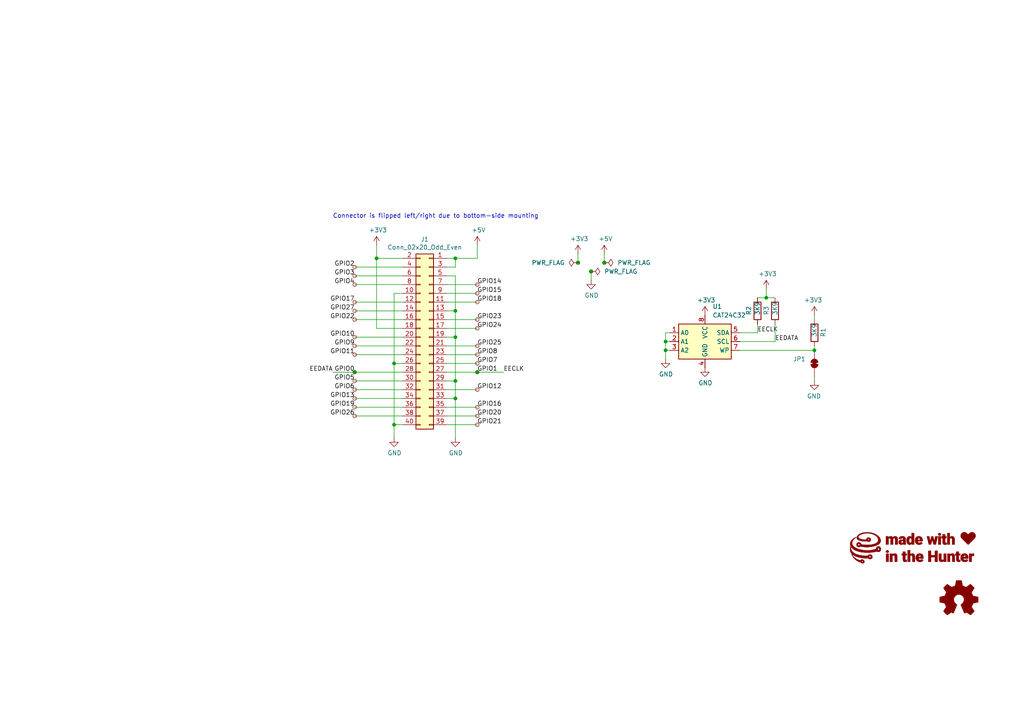
<source format=kicad_sch>
(kicad_sch (version 20231120) (generator "eeschema") (generator_version "8.0")
  (paper "A4")
  (title_block (title "Makerverse Protoboard for Raspberry Pi") (date "2021-10-14") (comment 1 "Designed at Core Electronics by Brenton Schulz") (comment 2 "GlowBit and the GlowBit logo are trademarks of Core Electronics Pty Ltd.") (comment 3 "License: CCASAv4.0 https://creativecommons.org/licenses/by-sa/4.0/"))
  (lib_symbols
    (symbol "Connector:TestPoint_Small" (pin_numbers hide) (pin_names (offset 0.762) hide)
      (property "Reference" "TP" (at 0 3.81 0))
      (property "Value" "TestPoint_Small" (at 0 2.032 0))
      (symbol "TestPoint_Small_1_1"
        (pin passive line (at 0 0 90) (length 0) (name "1") (number "1"))
      )
    )
    (symbol "Connector_Generic:Conn_02x20_Odd_Even" (pin_names (offset 1.016) hide)
      (property "Reference" "J" (at 1.27 25.4 0))
      (property "Value" "Conn_02x20_Odd_Even" (at 1.27 -27.94 0))
      (symbol "Conn_02x20_Odd_Even_1_1"
        (pin passive line (at -5.08 22.86 0) (length 3.81) (name "Pin_1") (number "1"))
        (pin passive line (at 7.62 12.7 180) (length 3.81) (name "Pin_10") (number "10"))
        (pin passive line (at -5.08 10.16 0) (length 3.81) (name "Pin_11") (number "11"))
        (pin passive line (at 7.62 10.16 180) (length 3.81) (name "Pin_12") (number "12"))
        (pin passive line (at -5.08 7.62 0) (length 3.81) (name "Pin_13") (number "13"))
        (pin passive line (at 7.62 7.62 180) (length 3.81) (name "Pin_14") (number "14"))
        (pin passive line (at -5.08 5.08 0) (length 3.81) (name "Pin_15") (number "15"))
        (pin passive line (at 7.62 5.08 180) (length 3.81) (name "Pin_16") (number "16"))
        (pin passive line (at -5.08 2.54 0) (length 3.81) (name "Pin_17") (number "17"))
        (pin passive line (at 7.62 2.54 180) (length 3.81) (name "Pin_18") (number "18"))
        (pin passive line (at -5.08 0 0) (length 3.81) (name "Pin_19") (number "19"))
        (pin passive line (at 7.62 22.86 180) (length 3.81) (name "Pin_2") (number "2"))
        (pin passive line (at 7.62 0 180) (length 3.81) (name "Pin_20") (number "20"))
        (pin passive line (at -5.08 -2.54 0) (length 3.81) (name "Pin_21") (number "21"))
        (pin passive line (at 7.62 -2.54 180) (length 3.81) (name "Pin_22") (number "22"))
        (pin passive line (at -5.08 -5.08 0) (length 3.81) (name "Pin_23") (number "23"))
        (pin passive line (at 7.62 -5.08 180) (length 3.81) (name "Pin_24") (number "24"))
        (pin passive line (at -5.08 -7.62 0) (length 3.81) (name "Pin_25") (number "25"))
        (pin passive line (at 7.62 -7.62 180) (length 3.81) (name "Pin_26") (number "26"))
        (pin passive line (at -5.08 -10.16 0) (length 3.81) (name "Pin_27") (number "27"))
        (pin passive line (at 7.62 -10.16 180) (length 3.81) (name "Pin_28") (number "28"))
        (pin passive line (at -5.08 -12.7 0) (length 3.81) (name "Pin_29") (number "29"))
        (pin passive line (at -5.08 20.32 0) (length 3.81) (name "Pin_3") (number "3"))
        (pin passive line (at 7.62 -12.7 180) (length 3.81) (name "Pin_30") (number "30"))
        (pin passive line (at -5.08 -15.24 0) (length 3.81) (name "Pin_31") (number "31"))
        (pin passive line (at 7.62 -15.24 180) (length 3.81) (name "Pin_32") (number "32"))
        (pin passive line (at -5.08 -17.78 0) (length 3.81) (name "Pin_33") (number "33"))
        (pin passive line (at 7.62 -17.78 180) (length 3.81) (name "Pin_34") (number "34"))
        (pin passive line (at -5.08 -20.32 0) (length 3.81) (name "Pin_35") (number "35"))
        (pin passive line (at 7.62 -20.32 180) (length 3.81) (name "Pin_36") (number "36"))
        (pin passive line (at -5.08 -22.86 0) (length 3.81) (name "Pin_37") (number "37"))
        (pin passive line (at 7.62 -22.86 180) (length 3.81) (name "Pin_38") (number "38"))
        (pin passive line (at -5.08 -25.4 0) (length 3.81) (name "Pin_39") (number "39"))
        (pin passive line (at 7.62 20.32 180) (length 3.81) (name "Pin_4") (number "4"))
        (pin passive line (at 7.62 -25.4 180) (length 3.81) (name "Pin_40") (number "40"))
        (pin passive line (at -5.08 17.78 0) (length 3.81) (name "Pin_5") (number "5"))
        (pin passive line (at 7.62 17.78 180) (length 3.81) (name "Pin_6") (number "6"))
        (pin passive line (at -5.08 15.24 0) (length 3.81) (name "Pin_7") (number "7"))
        (pin passive line (at 7.62 15.24 180) (length 3.81) (name "Pin_8") (number "8"))
        (pin passive line (at -5.08 12.7 0) (length 3.81) (name "Pin_9") (number "9"))
      )
    )
    (symbol "Device:R" (pin_numbers hide) (pin_names (offset 0))
      (property "Reference" "R" (at 2.032 0 90))
      (property "Value" "R" (at 0 0 90))
      (symbol "R_1_1"
        (pin passive line (at 0 3.81 270) (length 1.27) (name "~") (number "1"))
        (pin passive line (at 0 -3.81 90) (length 1.27) (name "~") (number "2"))
      )
    )
    (symbol "Graphic:Logo_Open_Hardware_Small" (in_bom no) (on_board no))
    (symbol "Jumper:SolderJumper_2_Bridged" (pin_numbers hide) (pin_names (offset 0) hide) (exclude_from_sim yes) (in_bom no)
      (property "Reference" "JP" (at 0 2.032 0))
      (property "Value" "SolderJumper_2_Bridged" (at 0 -2.54 0))
      (symbol "SolderJumper_2_Bridged_1_1"
        (pin passive line (at -3.81 0 0) (length 2.54) (name "A") (number "1"))
        (pin passive line (at 3.81 0 180) (length 2.54) (name "B") (number "2"))
      )
    )
    (symbol "Memory_EEPROM:CAT24C128"
      (property "Reference" "U" (at -6.35 6.35 0))
      (property "Value" "CAT24C128" (at 1.27 6.35 0))
      (symbol "CAT24C128_1_1"
        (pin input line (at -10.16 2.54 0) (length 2.54) (name "A0") (number "1"))
        (pin input line (at -10.16 0 0) (length 2.54) (name "A1") (number "2"))
        (pin input line (at -10.16 -2.54 0) (length 2.54) (name "A2") (number "3"))
        (pin power_in line (at 0 -7.62 90) (length 2.54) (name "GND") (number "4"))
        (pin bidirectional line (at 10.16 2.54 180) (length 2.54) (name "SDA") (number "5"))
        (pin input line (at 10.16 0 180) (length 2.54) (name "SCL") (number "6"))
        (pin input line (at 10.16 -2.54 180) (length 2.54) (name "WP") (number "7"))
        (pin power_in line (at 0 7.62 270) (length 2.54) (name "VCC") (number "8"))
      )
    )
    (symbol "pcb-rescue:+3.3V-power" (power) (pin_names (offset 0))
      (property "Value" "power_+3.3V" (at 0 3.556 0))
      (symbol "+3.3V-power_1_1"
        (pin power_in line (at 0 0 90) (length 0) hide (name "+3V3") (number "1"))
      )
    )
    (symbol "pcb-rescue:+5V-power" (power) (pin_names (offset 0))
      (property "Value" "power_+5V" (at 0 3.556 0))
      (symbol "+5V-power_1_1"
        (pin power_in line (at 0 0 90) (length 0) hide (name "+5V") (number "1"))
      )
    )
    (symbol "pcb-rescue:GND-power" (power) (pin_names (offset 0))
      (property "Value" "power_GND" (at 0 -3.81 0))
      (symbol "GND-power_1_1"
        (pin power_in line (at 0 0 270) (length 0) hide (name "GND") (number "1"))
      )
    )
    (symbol "pcb-rescue:LOGO_CoreElectronics_made-with-love-CoreElectronics_Artwork" (pin_names (offset 1.016)))
    (symbol "power:PWR_FLAG" (power) (pin_numbers hide) (pin_names (offset 0) hide)
      (property "Value" "PWR_FLAG" (at 0 3.81 0))
      (symbol "PWR_FLAG_0_0"
        (pin power_out line (at 0 0 90) (length 0) (name "~") (number "1"))
      )
    )
  )
  (junction (at 102.87 107.95))
  (junction (at 132.08 110.49))
  (junction (at 132.08 74.93))
  (junction (at 114.3 105.41))
  (junction (at 132.08 97.79))
  (junction (at 132.08 115.57))
  (junction (at 222.25 86.36))
  (junction (at 236.22 101.6))
  (junction (at 171.45 78.74))
  (junction (at 132.08 90.17))
  (junction (at 114.3 123.19))
  (junction (at 193.04 101.6))
  (junction (at 175.26 76.2))
  (junction (at 138.43 107.95))
  (junction (at 167.64 76.2))
  (junction (at 193.04 99.06))
  (junction (at 109.22 74.93))
  (wire (pts (xy 138.43 100.33) (xy 129.54 100.33)))
  (wire (pts (xy 109.22 74.93) (xy 109.22 71.12)))
  (wire (pts (xy 129.54 87.63) (xy 138.43 87.63)))
  (wire (pts (xy 129.54 115.57) (xy 132.08 115.57)))
  (wire (pts (xy 224.79 93.98) (xy 224.79 99.06)) (stroke (width 0.1524)))
  (wire (pts (xy 214.63 99.06) (xy 224.79 99.06)))
  (wire (pts (xy 116.84 92.71) (xy 102.87 92.71)))
  (wire (pts (xy 116.84 77.47) (xy 102.87 77.47)))
  (wire (pts (xy 138.43 102.87) (xy 129.54 102.87)))
  (wire (pts (xy 222.25 86.36) (xy 222.25 83.82)))
  (wire (pts (xy 116.84 113.03) (xy 102.87 113.03)))
  (wire (pts (xy 116.84 110.49) (xy 102.87 110.49)))
  (wire (pts (xy 219.71 93.98) (xy 219.71 96.52)) (stroke (width 0.1524)))
  (wire (pts (xy 116.84 120.65) (xy 102.87 120.65)))
  (wire (pts (xy 116.84 97.79) (xy 102.87 97.79)))
  (wire (pts (xy 193.04 96.52) (xy 193.04 99.06)))
  (wire (pts (xy 129.54 85.09) (xy 138.43 85.09)))
  (wire (pts (xy 116.84 74.93) (xy 109.22 74.93)))
  (wire (pts (xy 116.84 82.55) (xy 102.87 82.55)))
  (wire (pts (xy 132.08 90.17) (xy 132.08 80.01)))
  (wire (pts (xy 194.31 101.6) (xy 193.04 101.6)))
  (wire (pts (xy 193.04 99.06) (xy 193.04 101.6)))
  (wire (pts (xy 102.87 87.63) (xy 116.84 87.63)))
  (wire (pts (xy 114.3 85.09) (xy 116.84 85.09)))
  (wire (pts (xy 132.08 80.01) (xy 129.54 80.01)))
  (wire (pts (xy 138.43 74.93) (xy 138.43 71.12)))
  (wire (pts (xy 138.43 107.95) (xy 129.54 107.95)))
  (wire (pts (xy 116.84 118.11) (xy 102.87 118.11)))
  (wire (pts (xy 116.84 90.17) (xy 102.87 90.17)))
  (wire (pts (xy 219.71 86.36) (xy 222.25 86.36)))
  (wire (pts (xy 114.3 105.41) (xy 116.84 105.41)))
  (wire (pts (xy 132.08 115.57) (xy 132.08 127)))
  (wire (pts (xy 129.54 95.25) (xy 138.43 95.25)))
  (wire (pts (xy 132.08 115.57) (xy 132.08 110.49)))
  (wire (pts (xy 129.54 92.71) (xy 138.43 92.71)))
  (wire (pts (xy 194.31 99.06) (xy 193.04 99.06)))
  (wire (pts (xy 132.08 110.49) (xy 132.08 97.79)))
  (wire (pts (xy 114.3 123.19) (xy 116.84 123.19)))
  (wire (pts (xy 116.84 102.87) (xy 102.87 102.87)))
  (wire (pts (xy 116.84 115.57) (xy 102.87 115.57)))
  (wire (pts (xy 236.22 91.44) (xy 236.22 92.71)))
  (wire (pts (xy 129.54 74.93) (xy 132.08 74.93)))
  (wire (pts (xy 224.79 86.36) (xy 222.25 86.36)))
  (wire (pts (xy 114.3 123.19) (xy 114.3 105.41)))
  (wire (pts (xy 167.64 73.66) (xy 167.64 76.2)))
  (wire (pts (xy 132.08 74.93) (xy 138.43 74.93)))
  (wire (pts (xy 114.3 105.41) (xy 114.3 85.09)))
  (wire (pts (xy 129.54 123.19) (xy 138.43 123.19)))
  (wire (pts (xy 132.08 97.79) (xy 129.54 97.79)))
  (wire (pts (xy 109.22 95.25) (xy 109.22 74.93)))
  (wire (pts (xy 129.54 113.03) (xy 138.43 113.03)))
  (wire (pts (xy 236.22 100.33) (xy 236.22 101.6)))
  (wire (pts (xy 129.54 120.65) (xy 138.43 120.65)))
  (wire (pts (xy 132.08 97.79) (xy 132.08 90.17)))
  (wire (pts (xy 194.31 96.52) (xy 193.04 96.52)))
  (wire (pts (xy 138.43 107.95) (xy 146.05 107.95)))
  (wire (pts (xy 132.08 77.47) (xy 132.08 74.93)))
  (wire (pts (xy 96.52 107.95) (xy 102.87 107.95)))
  (wire (pts (xy 129.54 105.41) (xy 138.43 105.41)))
  (wire (pts (xy 175.26 76.2) (xy 175.26 73.66)))
  (wire (pts (xy 214.63 96.52) (xy 219.71 96.52)))
  (wire (pts (xy 116.84 100.33) (xy 102.87 100.33)))
  (wire (pts (xy 214.63 101.6) (xy 236.22 101.6)) (stroke (width 0.1524)))
  (wire (pts (xy 193.04 101.6) (xy 193.04 104.14)))
  (wire (pts (xy 116.84 95.25) (xy 109.22 95.25)))
  (wire (pts (xy 116.84 80.01) (xy 102.87 80.01)))
  (wire (pts (xy 129.54 118.11) (xy 138.43 118.11)))
  (wire (pts (xy 129.54 82.55) (xy 138.43 82.55)))
  (wire (pts (xy 236.22 109.22) (xy 236.22 110.49)))
  (wire (pts (xy 132.08 110.49) (xy 129.54 110.49)))
  (wire (pts (xy 132.08 90.17) (xy 129.54 90.17)))
  (wire (pts (xy 171.45 78.74) (xy 171.45 81.28)))
  (wire (pts (xy 116.84 107.95) (xy 102.87 107.95)))
  (wire (pts (xy 129.54 77.47) (xy 132.08 77.47)))
  (wire (pts (xy 114.3 127) (xy 114.3 123.19)))
  (text "Connector is flipped left/right due to bottom-side mounting" (at 96.52 63.5 0) (effects (font (size 1.27 1.27)) (justify left bottom)))
  (label "GPIO17" (at 102.87 87.63 180))
  (label "GPIO12" (at 138.43 113.03 0))
  (label "GPIO0" (at 102.87 107.95 180))
  (label "GPIO15" (at 138.43 85.09 0))
  (label "GPIO20" (at 138.43 120.65 0))
  (label "GPIO22" (at 102.87 92.71 180))
  (label "GPIO24" (at 138.43 95.25 0))
  (label "GPIO18" (at 138.43 87.63 0))
  (label "GPIO11" (at 102.87 102.87 180))
  (label "EEDATA" (at 224.79 99.06 0) (effects (font (size 1.2446 1.2446))))
  (label "EECLK" (at 219.71 96.52 0) (effects (font (size 1.2446 1.2446))))
  (label "GPIO7" (at 138.43 105.41 0))
  (label "EEDATA" (at 96.52 107.95 180) (effects (font (size 1.2446 1.2446))))
  (label "GPIO2" (at 102.87 77.47 180))
  (label "GPIO13" (at 102.87 115.57 180))
  (label "GPIO5" (at 102.87 110.49 180))
  (label "GPIO6" (at 102.87 113.03 180))
  (label "GPIO26" (at 102.87 120.65 180))
  (label "GPIO27" (at 102.87 90.17 180))
  (label "EECLK" (at 146.05 107.95 0) (effects (font (size 1.2446 1.2446))))
  (label "GPIO10" (at 102.87 97.79 180))
  (label "GPIO19" (at 102.87 118.11 180))
  (label "GPIO23" (at 138.43 92.71 0))
  (label "GPIO1" (at 138.43 107.95 0))
  (label "GPIO14" (at 138.43 82.55 0))
  (label "GPIO9" (at 102.87 100.33 180))
  (label "GPIO4" (at 102.87 82.55 180))
  (label "GPIO3" (at 102.87 80.01 180))
  (label "GPIO8" (at 138.43 102.87 0))
  (label "GPIO16" (at 138.43 118.11 0))
  (label "GPIO25" (at 138.43 100.33 0))
  (label "GPIO21" (at 138.43 123.19 0))
  (symbol (lib_id "Connector_Generic:Conn_02x20_Odd_Even") (at 124.46 97.79 0) (mirror y) (unit 1)
    (property "Reference" "J1" (at 123.19 69.4182 0))
    (property "Value" "Conn_02x20_Odd_Even" (at 123.19 71.7296 0))
    (property "Footprint" "Connector_PinHeader_2.54mm:PinHeader_2x20_P2.54mm_Vertical" (effects (hide yes)))
  )
  (symbol (lib_id "pcb-rescue:+3.3V-power") (at 109.22 71.12 0) (unit 1)
    (property "Reference" "#PWR0103" (effects (hide yes)))
    (property "Value" "+3V3" (at 109.601 66.7258 0))
  )
  (symbol (lib_id "pcb-rescue:GND-power") (at 114.3 127 0) (unit 1)
    (property "Reference" "#PWR0101" (effects (hide yes)))
    (property "Value" "GND" (at 114.427 131.3942 0))
  )
  (symbol (lib_id "pcb-rescue:GND-power") (at 132.08 127 0) (unit 1)
    (property "Reference" "#PWR0102" (effects (hide yes)))
    (property "Value" "GND" (at 132.207 131.3942 0))
  )
  (symbol (lib_id "pcb-rescue:+5V-power") (at 138.43 71.12 0) (unit 1)
    (property "Reference" "#PWR0104" (effects (hide yes)))
    (property "Value" "+5V" (at 138.811 66.7258 0))
  )
  (symbol (lib_id "Connector:TestPoint_Small") (at 138.43 82.55 0) (unit 1)
    (property "Reference" "TP1" (effects (hide yes)))
    (property "Value" "TestPoint_Small" (effects (hide yes)))
    (property "Footprint" "lib:2-pin-row" (effects (hide yes)))
  )
  (symbol (lib_id "Connector:TestPoint_Small") (at 138.43 85.09 0) (unit 1)
    (property "Reference" "TP2" (effects (hide yes)))
    (property "Value" "TestPoint_Small" (effects (hide yes)))
    (property "Footprint" "lib:2-pin-row" (effects (hide yes)))
  )
  (symbol (lib_id "Connector:TestPoint_Small") (at 138.43 87.63 0) (unit 1)
    (property "Reference" "TP3" (effects (hide yes)))
    (property "Value" "TestPoint_Small" (effects (hide yes)))
    (property "Footprint" "lib:2-pin-row" (effects (hide yes)))
  )
  (symbol (lib_id "Connector:TestPoint_Small") (at 138.43 92.71 0) (unit 1)
    (property "Reference" "TP4" (effects (hide yes)))
    (property "Value" "TestPoint_Small" (effects (hide yes)))
    (property "Footprint" "lib:2-pin-row" (effects (hide yes)))
  )
  (symbol (lib_id "Connector:TestPoint_Small") (at 138.43 95.25 0) (unit 1)
    (property "Reference" "TP5" (effects (hide yes)))
    (property "Value" "TestPoint_Small" (effects (hide yes)))
    (property "Footprint" "lib:2-pin-row" (effects (hide yes)))
  )
  (symbol (lib_id "Connector:TestPoint_Small") (at 138.43 100.33 0) (unit 1)
    (property "Reference" "TP6" (effects (hide yes)))
    (property "Value" "TestPoint_Small" (effects (hide yes)))
    (property "Footprint" "lib:2-pin-row" (effects (hide yes)))
  )
  (symbol (lib_id "Connector:TestPoint_Small") (at 138.43 102.87 0) (unit 1)
    (property "Reference" "TP7" (effects (hide yes)))
    (property "Value" "TestPoint_Small" (effects (hide yes)))
    (property "Footprint" "lib:2-pin-row" (effects (hide yes)))
  )
  (symbol (lib_id "Connector:TestPoint_Small") (at 138.43 105.41 0) (unit 1)
    (property "Reference" "TP8" (effects (hide yes)))
    (property "Value" "TestPoint_Small" (effects (hide yes)))
    (property "Footprint" "lib:2-pin-row" (effects (hide yes)))
  )
  (symbol (lib_id "Connector:TestPoint_Small") (at 138.43 107.95 0) (unit 1)
    (property "Reference" "TP9" (effects (hide yes)))
    (property "Value" "TestPoint_Small" (effects (hide yes)))
    (property "Footprint" "lib:2-pin-row" (effects (hide yes)))
  )
  (symbol (lib_id "Connector:TestPoint_Small") (at 138.43 113.03 0) (unit 1)
    (property "Reference" "TP10" (effects (hide yes)))
    (property "Value" "TestPoint_Small" (effects (hide yes)))
    (property "Footprint" "lib:2-pin-row" (effects (hide yes)))
  )
  (symbol (lib_id "Connector:TestPoint_Small") (at 138.43 118.11 0) (unit 1)
    (property "Reference" "TP11" (effects (hide yes)))
    (property "Value" "TestPoint_Small" (effects (hide yes)))
    (property "Footprint" "lib:2-pin-row" (effects (hide yes)))
  )
  (symbol (lib_id "Connector:TestPoint_Small") (at 138.43 120.65 0) (unit 1)
    (property "Reference" "TP12" (effects (hide yes)))
    (property "Value" "TestPoint_Small" (effects (hide yes)))
    (property "Footprint" "lib:2-pin-row" (effects (hide yes)))
  )
  (symbol (lib_id "Connector:TestPoint_Small") (at 138.43 123.19 0) (unit 1)
    (property "Reference" "TP13" (effects (hide yes)))
    (property "Value" "TestPoint_Small" (effects (hide yes)))
    (property "Footprint" "lib:2-pin-row" (effects (hide yes)))
  )
  (symbol (lib_id "Connector:TestPoint_Small") (at 102.87 77.47 0) (unit 1)
    (property "Reference" "TP14" (effects (hide yes)))
    (property "Value" "TestPoint_Small" (effects (hide yes)))
    (property "Footprint" "lib:2-pin-row" (effects (hide yes)))
  )
  (symbol (lib_id "Connector:TestPoint_Small") (at 102.87 80.01 0) (unit 1)
    (property "Reference" "TP15" (effects (hide yes)))
    (property "Value" "TestPoint_Small" (effects (hide yes)))
    (property "Footprint" "lib:2-pin-row" (effects (hide yes)))
  )
  (symbol (lib_id "Connector:TestPoint_Small") (at 102.87 82.55 0) (unit 1)
    (property "Reference" "TP16" (effects (hide yes)))
    (property "Value" "TestPoint_Small" (effects (hide yes)))
    (property "Footprint" "lib:2-pin-row" (effects (hide yes)))
  )
  (symbol (lib_id "Connector:TestPoint_Small") (at 102.87 87.63 0) (unit 1)
    (property "Reference" "TP17" (effects (hide yes)))
    (property "Value" "TestPoint_Small" (effects (hide yes)))
    (property "Footprint" "lib:2-pin-row" (effects (hide yes)))
  )
  (symbol (lib_id "Connector:TestPoint_Small") (at 102.87 90.17 0) (unit 1)
    (property "Reference" "TP18" (effects (hide yes)))
    (property "Value" "TestPoint_Small" (effects (hide yes)))
    (property "Footprint" "lib:2-pin-row" (effects (hide yes)))
  )
  (symbol (lib_id "Connector:TestPoint_Small") (at 102.87 92.71 0) (unit 1)
    (property "Reference" "TP19" (effects (hide yes)))
    (property "Value" "TestPoint_Small" (effects (hide yes)))
    (property "Footprint" "lib:2-pin-row" (effects (hide yes)))
  )
  (symbol (lib_id "Connector:TestPoint_Small") (at 102.87 97.79 0) (unit 1)
    (property "Reference" "TP20" (effects (hide yes)))
    (property "Value" "TestPoint_Small" (effects (hide yes)))
    (property "Footprint" "lib:2-pin-row" (effects (hide yes)))
  )
  (symbol (lib_id "Connector:TestPoint_Small") (at 102.87 100.33 0) (unit 1)
    (property "Reference" "TP21" (effects (hide yes)))
    (property "Value" "TestPoint_Small" (effects (hide yes)))
    (property "Footprint" "lib:2-pin-row" (effects (hide yes)))
  )
  (symbol (lib_id "Connector:TestPoint_Small") (at 102.87 102.87 0) (unit 1)
    (property "Reference" "TP22" (effects (hide yes)))
    (property "Value" "TestPoint_Small" (effects (hide yes)))
    (property "Footprint" "lib:2-pin-row" (effects (hide yes)))
  )
  (symbol (lib_id "Connector:TestPoint_Small") (at 102.87 107.95 0) (unit 1)
    (property "Reference" "TP23" (effects (hide yes)))
    (property "Value" "TestPoint_Small" (effects (hide yes)))
    (property "Footprint" "lib:2-pin-row" (effects (hide yes)))
  )
  (symbol (lib_id "Connector:TestPoint_Small") (at 102.87 110.49 0) (unit 1)
    (property "Reference" "TP24" (effects (hide yes)))
    (property "Value" "TestPoint_Small" (effects (hide yes)))
    (property "Footprint" "lib:2-pin-row" (effects (hide yes)))
  )
  (symbol (lib_id "Connector:TestPoint_Small") (at 102.87 113.03 0) (unit 1)
    (property "Reference" "TP25" (effects (hide yes)))
    (property "Value" "TestPoint_Small" (effects (hide yes)))
    (property "Footprint" "lib:2-pin-row" (effects (hide yes)))
  )
  (symbol (lib_id "Connector:TestPoint_Small") (at 102.87 115.57 0) (unit 1)
    (property "Reference" "TP26" (effects (hide yes)))
    (property "Value" "TestPoint_Small" (effects (hide yes)))
    (property "Footprint" "lib:2-pin-row" (effects (hide yes)))
  )
  (symbol (lib_id "Connector:TestPoint_Small") (at 102.87 118.11 0) (unit 1)
    (property "Reference" "TP27" (effects (hide yes)))
    (property "Value" "TestPoint_Small" (effects (hide yes)))
    (property "Footprint" "lib:2-pin-row" (effects (hide yes)))
  )
  (symbol (lib_id "Connector:TestPoint_Small") (at 102.87 120.65 0) (unit 1)
    (property "Reference" "TP28" (effects (hide yes)))
    (property "Value" "TestPoint_Small" (effects (hide yes)))
    (property "Footprint" "lib:2-pin-row" (effects (hide yes)))
  )
  (symbol (lib_id "pcb-rescue:+3.3V-power") (at 167.64 73.66 0) (unit 1)
    (property "Reference" "#PWR0105" (effects (hide yes)))
    (property "Value" "+3V3" (at 168.021 69.2658 0))
  )
  (symbol (lib_id "pcb-rescue:+5V-power") (at 175.26 73.66 0) (unit 1)
    (property "Reference" "#PWR0106" (effects (hide yes)))
    (property "Value" "+5V" (at 175.641 69.2658 0))
  )
  (symbol (lib_id "pcb-rescue:GND-power") (at 171.45 81.28 0) (unit 1)
    (property "Reference" "#PWR0107" (effects (hide yes)))
    (property "Value" "GND" (at 171.577 85.6742 0))
  )
  (symbol (lib_id "Connector:TestPoint_Small") (at 167.64 76.2 0) (unit 1)
    (property "Reference" "TP29" (effects (hide yes)))
    (property "Value" "TestPoint_Small" (effects (hide yes)))
    (property "Footprint" "lib:4-pin-row" (effects (hide yes)))
  )
  (symbol (lib_id "Connector:TestPoint_Small") (at 175.26 76.2 0) (unit 1)
    (property "Reference" "TP31" (effects (hide yes)))
    (property "Value" "TestPoint_Small" (effects (hide yes)))
    (property "Footprint" "lib:4-pin-row" (effects (hide yes)))
  )
  (symbol (lib_id "Connector:TestPoint_Small") (at 171.45 78.74 0) (unit 1)
    (property "Reference" "TP30" (effects (hide yes)))
    (property "Value" "TestPoint_Small" (effects (hide yes)))
    (property "Footprint" "lib:BusRail-18-Hole" (effects (hide yes)))
  )
  (symbol (lib_id "Graphic:Logo_Open_Hardware_Small") (at 278.13 173.99 0) (unit 1)
    (property "Reference" "LOGO1" (effects (hide yes)))
    (property "Value" "Logo_Open_Hardware_Small" (effects (hide yes)))
    (property "Footprint" "CoreElectronics_Artwork:oshw" (effects (hide yes)))
  )
  (symbol (lib_id "pcb-rescue:LOGO_CoreElectronics_made-with-love-CoreElectronics_Artwork") (at 265.43 158.75 0) (unit 1)
    (property "Reference" "#G1" (effects (hide yes)))
    (property "Value" "LOGO_CoreElectronics_made-with-love" (effects (hide yes)))
  )
  (symbol (lib_id "Jumper:SolderJumper_2_Bridged") (at 236.22 105.41 90) (mirror x) (unit 1) (exclude_from_sim yes) (in_bom no)
    (property "Reference" "JP1" (at 233.68 104.1399 90) (effects (justify left)))
    (property "Value" "SolderJumper_2_Bridged" (effects (hide yes)))
    (property "Footprint" "Jumper:SolderJumper-2_P1.3mm_Bridged_RoundedPad1.0x1.5mm" (effects (hide yes)))
    (property "Description" "Solder Jumper, 2-pole, closed/bridged" (effects (hide yes)))
  )
  (symbol (lib_id "power:PWR_FLAG") (at 175.26 76.2 270) (unit 1)
    (property "Reference" "#FLG02" (effects (hide yes)))
    (property "Value" "PWR_FLAG" (at 179.07 76.1999 90) (effects (justify left)))
    (property "Description" "Special symbol for telling ERC where power comes from" (effects (hide yes)))
  )
  (symbol (lib_id "pcb-rescue:GND-power") (at 236.22 110.49 0) (mirror y) (unit 1)
    (property "Reference" "#PWR02" (effects (hide yes)))
    (property "Value" "GND" (at 236.093 114.8842 0))
  )
  (symbol (lib_id "pcb-rescue:+3.3V-power") (at 204.47 91.44 0) (unit 1)
    (property "Reference" "#PWR08" (effects (hide yes)))
    (property "Value" "+3V3" (at 204.851 87.0458 0))
  )
  (symbol (lib_id "pcb-rescue:+3.3V-power") (at 222.25 83.82 0) (unit 1)
    (property "Reference" "#PWR09" (effects (hide yes)))
    (property "Value" "+3V3" (at 222.631 79.4258 0))
  )
  (symbol (lib_id "power:PWR_FLAG") (at 171.45 78.74 270) (unit 1)
    (property "Reference" "#FLG03" (effects (hide yes)))
    (property "Value" "PWR_FLAG" (at 175.26 78.7399 90) (effects (justify left)))
    (property "Description" "Special symbol for telling ERC where power comes from" (effects (hide yes)))
  )
  (symbol (lib_id "pcb-rescue:GND-power") (at 193.04 104.14 0) (unit 1)
    (property "Reference" "#PWR07" (effects (hide yes)))
    (property "Value" "GND" (at 193.167 108.5342 0))
  )
  (symbol (lib_id "power:PWR_FLAG") (at 167.64 76.2 90) (unit 1)
    (property "Reference" "#FLG01" (effects (hide yes)))
    (property "Value" "PWR_FLAG" (at 163.83 76.1999 90) (effects (justify left)))
    (property "Description" "Special symbol for telling ERC where power comes from" (effects (hide yes)))
  )
  (symbol (lib_id "pcb-rescue:GND-power") (at 204.47 106.68 0) (unit 1)
    (property "Reference" "#PWR06" (effects (hide yes)))
    (property "Value" "GND" (at 204.597 111.0742 0))
  )
  (symbol (lib_id "Device:R") (at 224.79 90.17 0) (unit 1)
    (property "Reference" "R3" (at 222.25 91.44 90) (effects (justify left)))
    (property "Value" "3K9" (at 224.79 91.44 90) (effects (justify left)))
    (property "Footprint" "Resistor_SMD:R_0603_1608Metric_Pad0.98x0.95mm_HandSolder" (effects (hide yes)))
    (property "Description" "Resistor" (effects (hide yes)))
  )
  (symbol (lib_id "Device:R") (at 236.22 96.52 0) (mirror y) (unit 1)
    (property "Reference" "R1" (at 238.76 97.79 90) (effects (justify left)))
    (property "Value" "3K9" (at 236.22 97.79 90) (effects (justify left)))
    (property "Footprint" "Resistor_SMD:R_0603_1608Metric_Pad0.98x0.95mm_HandSolder" (effects (hide yes)))
    (property "Description" "Resistor" (effects (hide yes)))
  )
  (symbol (lib_id "pcb-rescue:+3.3V-power") (at 236.22 91.44 0) (mirror y) (unit 1)
    (property "Reference" "#PWR01" (effects (hide yes)))
    (property "Value" "+3V3" (at 235.839 87.0458 0))
  )
  (symbol (lib_id "Device:R") (at 219.71 90.17 0) (unit 1)
    (property "Reference" "R2" (at 217.17 91.44 90) (effects (justify left)))
    (property "Value" "3K9" (at 219.71 91.44 90) (effects (justify left)))
    (property "Footprint" "Resistor_SMD:R_0603_1608Metric_Pad0.98x0.95mm_HandSolder" (effects (hide yes)))
    (property "Description" "Resistor" (effects (hide yes)))
  )
  (symbol (lib_id "Memory_EEPROM:CAT24C128") (at 204.47 99.06 0) (unit 1)
    (property "Reference" "U1" (at 206.6641 88.9 0) (effects (justify left)))
    (property "Value" "CAT24C32" (at 206.6641 91.44 0) (effects (justify left)))
    (property "Footprint" "Package_SO:SOIC-8_3.9x4.9mm_P1.27mm" (effects (hide yes)))
    (property "Datasheet" "https://www.onsemi.com/pdf/datasheet/cat24c32-d.pdf" (effects (hide yes)))
  )
)
</source>
